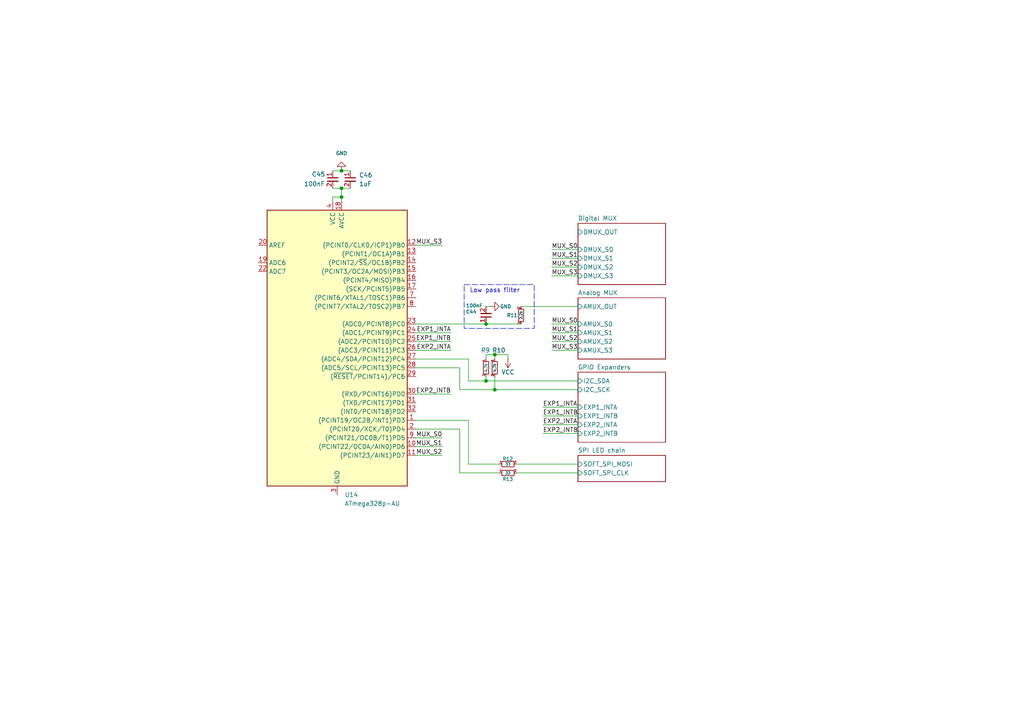
<source format=kicad_sch>
(kicad_sch (version 20250114) (generator "eeschema") (generator_version "9.0")
  (paper "A4")
  (lib_symbols
    (symbol "Symbols:ATMEGA328P-AU"
      (property "Reference" "U" (at -21.336 43.18 0))
      (symbol "ATMEGA328P-AU_0_1"
        (polyline (pts (xy -2.54 38.1) (xy -2.54 38.1)))
      )
      (symbol "ATMEGA328P-AU_1_1"
        (rectangle (start -22.86 40.64) (end 17.78 -39.37) (stroke (width 0.254)) (fill (type color) (color 255 255 194 1)))
        (pin passive line (at -25.4 30.48 0) (length 2.54) (name "AREF") (number "20"))
        (pin input line (at -25.4 25.4 0) (length 2.54) (name "ADC6") (number "19"))
        (pin input line (at -25.4 22.86 0) (length 2.54) (name "ADC7") (number "22"))
        (pin power_in line (at -3.81 43.18 270) (length 2.54) (name "VCC") (number "4"))
        (pin power_in line (at -2.54 -41.91 90) (length 2.54) (name "GND") (number "3"))
        (pin power_in line (at -1.27 43.18 270) (length 2.54) (name "AVCC") (number "18"))
        (pin bidirectional line (at 20.32 30.48 180) (length 2.54) (name "(PCINT0/CLK0/ICP1)PB0") (number "12"))
        (pin bidirectional line (at 20.32 27.94 180) (length 2.54) (name "(PCINT1/OC1A)PB1") (number "13"))
        (pin bidirectional line (at 20.32 25.4 180) (length 2.54) (name "(PCINT2/~{SS}/OC1B)PB2") (number "14"))
        (pin bidirectional line (at 20.32 22.86 180) (length 2.54) (name "(PCINT3/OC2A/MOSI)PB3") (number "15"))
        (pin bidirectional line (at 20.32 20.32 180) (length 2.54) (name "(PCINT4/MISO)PB4") (number "16"))
        (pin bidirectional line (at 20.32 17.78 180) (length 2.54) (name "(SCK/PCINT5)PB5") (number "17"))
        (pin bidirectional line (at 20.32 15.24 180) (length 2.54) (name "(PCINT6/XTAL1/TOSC1)PB6") (number "7"))
        (pin bidirectional line (at 20.32 12.7 180) (length 2.54) (name "(PCINT7/XTAL2/TOSC2)PB7") (number "8"))
        (pin bidirectional line (at 20.32 7.62 180) (length 2.54) (name "(ADC0/PCINT8)PC0") (number "23"))
        (pin bidirectional line (at 20.32 5.08 180) (length 2.54) (name "(ADC1/PCINT9)PC1") (number "24"))
        (pin bidirectional line (at 20.32 2.54 180) (length 2.54) (name "(ADC2/PCINT10)PC2") (number "25"))
        (pin bidirectional line (at 20.32 0 180) (length 2.54) (name "(ADC3/PCINT11)PC3") (number "26"))
        (pin bidirectional line (at 20.32 -2.54 180) (length 2.54) (name "(ADC4/SDA/PCINT12)PC4") (number "27"))
        (pin bidirectional line (at 20.32 -5.08 180) (length 2.54) (name "(ADC5/SCL/PCINT13)PC5") (number "28"))
        (pin bidirectional line (at 20.32 -7.62 180) (length 2.54) (name "(~{RESET}/PCINT14)/PC6") (number "29"))
        (pin bidirectional line (at 20.32 -12.7 180) (length 2.54) (name "(RXD/PCINT16)PD0") (number "30"))
        (pin bidirectional line (at 20.32 -15.24 180) (length 2.54) (name "(TXD/PCINT17)PD1") (number "31"))
        (pin bidirectional line (at 20.32 -17.78 180) (length 2.54) (name "(INT0/PCINT18)PD2") (number "32"))
        (pin bidirectional line (at 20.32 -20.32 180) (length 2.54) (name "(PCINT19/OC2B/INT1)PD3") (number "1"))
        (pin bidirectional line (at 20.32 -22.86 180) (length 2.54) (name "(PCINT20/XCK/T0)PD4") (number "2"))
        (pin bidirectional line (at 20.32 -25.4 180) (length 2.54) (name "(PCINT21/OC0B/T1)PD5") (number "9"))
        (pin bidirectional line (at 20.32 -27.94 180) (length 2.54) (name "(PCINT22/OC0A/AIN0)PD6") (number "10"))
        (pin bidirectional line (at 20.32 -30.48 180) (length 2.54) (name "(PCINT23/AIN1)PD7") (number "11"))
      )
    )
    (symbol "Symbols:Capacitor 0603"
      (property "Reference" "C" (at -3.048 0 90))
      (symbol "Capacitor 0603_0_1"
        (polyline (pts (xy -1.524 0.508) (xy 1.524 0.508)) (stroke (width 0.3048)))
        (polyline (pts (xy -1.524 -0.508) (xy 1.524 -0.508)) (stroke (width 0.3302)))
      )
      (symbol "Capacitor 0603_1_1"
        (pin passive line (at 0 2.54 270) (length 2.032) (name "~") (number "1"))
        (pin passive line (at 0 -2.54 90) (length 2.032) (name "~") (number "2"))
      )
    )
    (symbol "Symbols:GND" (power) (pin_numbers (hide yes)) (pin_names (hide yes))
      (property "Value" "GND" (at 0 -3.302 0))
      (symbol "GND_0_1"
        (polyline (pts (xy 0 0) (xy 0 -1.27) (xy 1.27 -1.27) (xy 0 -2.54) (xy -1.27 -1.27) (xy 0 -1.27)))
      )
      (symbol "GND_1_1"
        (pin power_in line (at 0 0 270) (length 0) (name "~") (number ""))
      )
    )
    (symbol "Symbols:Resistor 0603"
      (property "Reference" "R" (at -2.032 0 90))
      (symbol "Resistor 0603_0_1"
        (rectangle (start -0.762 1.778) (end 0.762 -1.778) (stroke (width 0.2032)))
      )
      (symbol "Resistor 0603_1_1"
        (pin passive line (at 0 2.54 270) (length 0.762) (name "~") (number "1"))
        (pin passive line (at 0 -2.54 90) (length 0.762) (name "~") (number "2"))
      )
    )
    (symbol "Symbols:VCC" (power) (pin_numbers (hide yes)) (pin_names (hide yes))
      (property "Value" "VCC" (at 0 3.81 0))
      (symbol "VCC_0_1"
        (polyline (pts (xy -0.762 1.27) (xy 0 2.54)))
        (polyline (pts (xy 0 2.54) (xy 0.762 1.27)))
        (polyline (pts (xy 0 0) (xy 0 2.54)))
      )
      (symbol "VCC_1_1"
        (pin power_in line (at 0 0 90) (length 0) (name "~") (number ""))
      )
    )
  )
  (rectangle (start 134.62 82.55) (end 154.94 95.25) (stroke (width 0) (type dash)))
  (text "Low pass filter\n" (at 143.51 84.328 0) (effects (font (size 1.27 1.27))))
  (junction (at 143.51 113.03))
  (junction (at 99.06 54.61))
  (junction (at 99.06 57.15))
  (junction (at 99.06 49.53))
  (junction (at 140.97 110.49))
  (junction (at 143.51 102.87))
  (junction (at 140.97 93.98))
  (wire (pts (xy 120.65 104.14) (xy 135.89 104.14)))
  (wire (pts (xy 143.51 102.87) (xy 143.51 104.14)))
  (wire (pts (xy 157.48 123.19) (xy 167.64 123.19)))
  (wire (pts (xy 143.51 113.03) (xy 167.64 113.03)))
  (wire (pts (xy 157.48 120.65) (xy 167.64 120.65)))
  (wire (pts (xy 160.02 99.06) (xy 167.64 99.06)))
  (wire (pts (xy 140.97 109.22) (xy 140.97 110.49)))
  (wire (pts (xy 99.06 57.15) (xy 99.06 58.42)))
  (wire (pts (xy 133.35 137.16) (xy 144.78 137.16)))
  (wire (pts (xy 140.97 110.49) (xy 167.64 110.49)))
  (wire (pts (xy 99.06 54.61) (xy 101.6 54.61)))
  (wire (pts (xy 149.86 134.62) (xy 167.64 134.62)))
  (wire (pts (xy 140.97 93.98) (xy 151.13 93.98)))
  (wire (pts (xy 96.52 58.42) (xy 96.52 57.15)))
  (wire (pts (xy 140.97 88.9) (xy 142.24 88.9)))
  (wire (pts (xy 135.89 134.62) (xy 144.78 134.62)))
  (wire (pts (xy 160.02 77.47) (xy 167.64 77.47)))
  (wire (pts (xy 120.65 114.3) (xy 130.81 114.3)))
  (wire (pts (xy 135.89 104.14) (xy 135.89 110.49)))
  (wire (pts (xy 160.02 101.6) (xy 167.64 101.6)))
  (wire (pts (xy 120.65 93.98) (xy 140.97 93.98)))
  (wire (pts (xy 133.35 124.46) (xy 133.35 137.16)))
  (wire (pts (xy 140.97 102.87) (xy 140.97 104.14)))
  (wire (pts (xy 160.02 74.93) (xy 167.64 74.93)))
  (wire (pts (xy 120.65 132.08) (xy 128.27 132.08)))
  (wire (pts (xy 120.65 101.6) (xy 130.81 101.6)))
  (wire (pts (xy 120.65 124.46) (xy 133.35 124.46)))
  (wire (pts (xy 96.52 57.15) (xy 99.06 57.15)))
  (wire (pts (xy 96.52 54.61) (xy 99.06 54.61)))
  (wire (pts (xy 120.65 121.92) (xy 135.89 121.92)))
  (wire (pts (xy 99.06 54.61) (xy 99.06 57.15)))
  (wire (pts (xy 99.06 49.53) (xy 101.6 49.53)))
  (wire (pts (xy 147.32 102.87) (xy 147.32 104.14)))
  (wire (pts (xy 160.02 96.52) (xy 167.64 96.52)))
  (wire (pts (xy 151.13 88.9) (xy 167.64 88.9)))
  (wire (pts (xy 120.65 99.06) (xy 130.81 99.06)))
  (wire (pts (xy 143.51 109.22) (xy 143.51 113.03)))
  (wire (pts (xy 133.35 106.68) (xy 133.35 113.03)))
  (wire (pts (xy 96.52 49.53) (xy 99.06 49.53)))
  (wire (pts (xy 160.02 80.01) (xy 167.64 80.01)))
  (wire (pts (xy 120.65 96.52) (xy 130.81 96.52)))
  (wire (pts (xy 120.65 127) (xy 128.27 127)))
  (wire (pts (xy 140.97 102.87) (xy 143.51 102.87)))
  (wire (pts (xy 160.02 72.39) (xy 167.64 72.39)))
  (wire (pts (xy 160.02 93.98) (xy 167.64 93.98)))
  (wire (pts (xy 120.65 71.12) (xy 128.27 71.12)))
  (wire (pts (xy 157.48 118.11) (xy 167.64 118.11)))
  (wire (pts (xy 120.65 129.54) (xy 128.27 129.54)))
  (wire (pts (xy 120.65 106.68) (xy 133.35 106.68)))
  (wire (pts (xy 135.89 110.49) (xy 140.97 110.49)))
  (wire (pts (xy 133.35 113.03) (xy 143.51 113.03)))
  (wire (pts (xy 135.89 121.92) (xy 135.89 134.62)))
  (wire (pts (xy 157.48 125.73) (xy 167.64 125.73)))
  (wire (pts (xy 149.86 137.16) (xy 167.64 137.16)))
  (wire (pts (xy 143.51 102.87) (xy 147.32 102.87)))
  (label "EXP1_INTB" (at 157.48 120.65 0))
  (label "EXP2_INTA" (at 157.48 123.19 0))
  (label "MUX_S0" (at 128.27 127 180))
  (label "MUX_S1" (at 160.02 96.52 0))
  (label "MUX_S2" (at 160.02 99.06 0))
  (label "MUX_S2" (at 160.02 77.47 0))
  (label "EXP2_INTB" (at 130.81 114.3 180))
  (label "MUX_S1" (at 160.02 74.93 0))
  (label "MUX_S3" (at 128.27 71.12 180))
  (label "EXP1_INTB" (at 130.81 99.06 180))
  (label "MUX_S3" (at 160.02 101.6 0))
  (label "MUX_S2" (at 128.27 132.08 180))
  (label "MUX_S0" (at 160.02 72.39 0))
  (label "MUX_S1" (at 128.27 129.54 180))
  (label "EXP2_INTB" (at 157.48 125.73 0))
  (label "MUX_S0" (at 160.02 93.98 0))
  (label "EXP2_INTA" (at 130.81 101.6 180))
  (label "MUX_S3" (at 160.02 80.01 0))
  (label "EXP1_INTA" (at 157.48 118.11 0))
  (label "EXP1_INTA" (at 130.81 96.52 180))
  (symbol (lib_id "Symbols:Resistor 0603") (at 147.32 137.16 90) (unit 1)
    (property "Reference" "R13" (at 148.844 138.938 90) (effects (font (size 1.016 1.016)) (justify left)))
    (property "Value" "33" (at 147.32 137.16 90) (effects (font (size 0.762 0.762))))
  )
  (symbol (lib_id "Symbols:ATMEGA328P-AU") (at 100.33 101.6 0) (unit 1)
    (property "Reference" "U14" (at 99.9333 143.51 0) (effects (justify left)))
    (property "Value" "ATmega328p-AU" (at 99.9333 146.05 0) (effects (justify left)))
  )
  (symbol (lib_id "Symbols:Capacitor 0603") (at 101.6 52.07 0) (unit 1)
    (property "Reference" "C46" (at 104.14 50.8062 0) (effects (justify left)))
    (property "Value" "1uF" (at 104.14 53.3462 0) (effects (justify left)))
  )
  (symbol (lib_id "Symbols:Resistor 0603") (at 147.32 134.62 90) (unit 1)
    (property "Reference" "R12" (at 148.844 133.096 90) (effects (font (size 1.016 1.016)) (justify left)))
    (property "Value" "33" (at 147.32 134.62 90) (effects (font (size 0.762 0.762))))
  )
  (symbol (lib_id "Symbols:GND") (at 142.24 88.9 90) (unit 1)
    (property "Reference" "#PWR0109" (effects (hide yes)))
    (property "Value" "GND" (at 145.034 88.9 90) (effects (font (size 1.016 1.016)) (justify right)))
  )
  (symbol (lib_id "Symbols:GND") (at 99.06 49.53 180) (unit 1)
    (property "Reference" "#PWR0113" (effects (hide yes)))
    (property "Value" "GND" (at 99.06 44.45 0) (effects (font (size 1.016 1.016))))
  )
  (symbol (lib_id "Symbols:Resistor 0603") (at 143.51 106.68 0) (unit 1)
    (property "Reference" "R10" (at 142.748 101.6 0) (effects (justify left)))
    (property "Value" "4.7k" (at 143.51 107.95 90) (effects (font (size 0.762 0.762)) (justify left)))
  )
  (symbol (lib_id "Symbols:Capacitor 0603") (at 140.97 91.44 180) (unit 1)
    (property "Reference" "C44" (at 135.128 90.424 0) (effects (font (size 1.016 1.016)) (justify right)))
    (property "Value" "100nF" (at 135.128 88.646 0) (effects (font (size 1.016 1.016)) (justify right)))
  )
  (symbol (lib_id "Symbols:Resistor 0603") (at 140.97 106.68 0) (unit 1)
    (property "Reference" "R9" (at 139.446 101.6 0) (effects (justify left)))
    (property "Value" "4.7k" (at 140.97 107.95 90) (effects (font (size 0.762 0.762)) (justify left)))
  )
  (symbol (lib_id "Symbols:VCC") (at 147.32 104.14 180) (unit 1)
    (property "Reference" "#PWR0105" (effects (hide yes)))
    (property "Value" "VCC" (at 147.32 107.95 0))
  )
  (symbol (lib_id "Symbols:Capacitor 0603") (at 96.52 52.07 0) (unit 1)
    (property "Reference" "C45" (at 90.424 50.546 0) (effects (justify left)))
    (property "Value" "100nF" (at 88.138 53.34 0) (effects (justify left)))
  )
  (symbol (lib_id "Symbols:Resistor 0603") (at 151.13 91.44 180) (unit 1)
    (property "Reference" "R11" (at 150.114 91.44 0) (effects (font (size 1.016 1.016)) (justify left)))
    (property "Value" "2.2k" (at 151.13 90.17 90) (effects (font (size 0.762 0.762)) (justify left)))
  )
  (sheet (at 167.64 64.77) (size 25.4 17.78) (stroke (width 0.1524))
    (property "Sheetname" "Digital MUX" (at 167.64 64.0584 0) (effects (justify left bottom)))
    (property "Sheetfile" "schematic_pages/digital_mux.kicad_sch" (effects (hide yes)))
    (pin "DMUX_OUT" input (at 167.64 67.31 180))
    (pin "DMUX_S0" input (at 167.64 72.39 180))
    (pin "DMUX_S1" input (at 167.64 74.93 180))
    (pin "DMUX_S2" input (at 167.64 77.47 180))
    (pin "DMUX_S3" input (at 167.64 80.01 180))
  )
  (sheet (at 167.64 86.36) (size 25.4 17.78) (stroke (width 0.1524))
    (property "Sheetname" "Analog MUX" (at 167.64 85.6484 0) (effects (justify left bottom)))
    (property "Sheetfile" "schematic_pages/analog_mux.kicad_sch" (effects (hide yes)))
    (pin "AMUX_OUT" input (at 167.64 88.9 180))
    (pin "AMUX_S0" input (at 167.64 93.98 180))
    (pin "AMUX_S1" input (at 167.64 96.52 180))
    (pin "AMUX_S2" input (at 167.64 99.06 180))
    (pin "AMUX_S3" input (at 167.64 101.6 180))
  )
  (sheet (at 167.64 132.08) (size 25.4 7.62) (stroke (width 0.1524))
    (property "Sheetname" "SPI LED chain" (at 167.64 131.3684 0) (effects (justify left bottom)))
    (property "Sheetfile" "schematic_pages/SPI_LED_chain.kicad_sch" (effects (hide yes)))
    (pin "SOFT_SPI_CLK" input (at 167.64 137.16 180))
    (pin "SOFT_SPI_MOSI" input (at 167.64 134.62 180))
  )
  (sheet (at 167.64 107.95) (size 25.4 20.32) (stroke (width 0.1524))
    (property "Sheetname" "GPIO Expanders" (at 167.64 107.2384 0) (effects (justify left bottom)))
    (property "Sheetfile" "schematic_pages/expanders.kicad_sch" (effects (hide yes)))
    (pin "EXP1_INTA" input (at 167.64 118.11 180))
    (pin "EXP1_INTB" input (at 167.64 120.65 180))
    (pin "EXP2_INTA" input (at 167.64 123.19 180))
    (pin "EXP2_INTB" input (at 167.64 125.73 180))
    (pin "I2C_SCK" input (at 167.64 113.03 180))
    (pin "I2C_SDA" input (at 167.64 110.49 180))
  )
)
</source>
